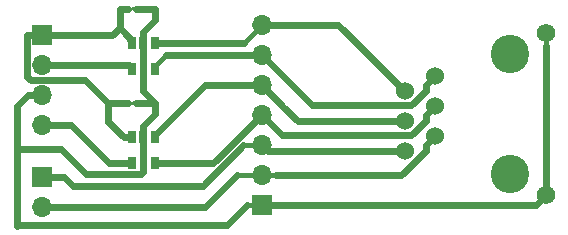
<source format=gbr>
G04 #@! TF.GenerationSoftware,KiCad,Pcbnew,5.0.2-bee76a0~70~ubuntu18.04.1*
G04 #@! TF.CreationDate,2019-08-19T22:40:07+02:00*
G04 #@! TF.ProjectId,differential_uart,64696666-6572-4656-9e74-69616c5f7561,rev?*
G04 #@! TF.SameCoordinates,Original*
G04 #@! TF.FileFunction,Copper,L2,Bot*
G04 #@! TF.FilePolarity,Positive*
%FSLAX46Y46*%
G04 Gerber Fmt 4.6, Leading zero omitted, Abs format (unit mm)*
G04 Created by KiCad (PCBNEW 5.0.2-bee76a0~70~ubuntu18.04.1) date Mo 19 Aug 2019 22:40:07 CEST*
%MOMM*%
%LPD*%
G01*
G04 APERTURE LIST*
G04 #@! TA.AperFunction,WasherPad*
%ADD10C,3.250000*%
G04 #@! TD*
G04 #@! TA.AperFunction,ComponentPad*
%ADD11C,1.570000*%
G04 #@! TD*
G04 #@! TA.AperFunction,ComponentPad*
%ADD12C,1.524000*%
G04 #@! TD*
G04 #@! TA.AperFunction,Conductor*
%ADD13C,0.100000*%
G04 #@! TD*
G04 #@! TA.AperFunction,SMDPad,CuDef*
%ADD14C,0.300000*%
G04 #@! TD*
G04 #@! TA.AperFunction,SMDPad,CuDef*
%ADD15R,0.650000X1.060000*%
G04 #@! TD*
G04 #@! TA.AperFunction,ComponentPad*
%ADD16O,1.700000X1.700000*%
G04 #@! TD*
G04 #@! TA.AperFunction,ComponentPad*
%ADD17R,1.700000X1.700000*%
G04 #@! TD*
G04 #@! TA.AperFunction,Conductor*
%ADD18C,0.600000*%
G04 #@! TD*
G04 #@! TA.AperFunction,Conductor*
%ADD19C,0.400000*%
G04 #@! TD*
G04 APERTURE END LIST*
D10*
G04 #@! TO.P,J9,*
G04 #@! TO.N,*
X43100000Y-5940000D03*
X43100000Y-16100000D03*
D11*
G04 #@! TO.P,J9,8*
G04 #@! TO.N,GND*
X46150000Y-4160000D03*
G04 #@! TO.P,J9,7*
X46150000Y-17880000D03*
D12*
G04 #@! TO.P,J9,6*
G04 #@! TO.N,Y1*
X36750000Y-7840000D03*
G04 #@! TO.P,J9,5*
G04 #@! TO.N,Z0*
X36750000Y-10380000D03*
G04 #@! TO.P,J9,4*
G04 #@! TO.N,Z1*
X34210000Y-9110000D03*
G04 #@! TO.P,J9,3*
G04 #@! TO.N,Y0*
X34210000Y-11650000D03*
G04 #@! TO.P,J9,2*
G04 #@! TO.N,IO_1*
X36750000Y-12920000D03*
G04 #@! TO.P,J9,1*
G04 #@! TO.N,IO_0*
X34210000Y-14190000D03*
G04 #@! TD*
D13*
G04 #@! TO.N,+3V3*
G04 #@! TO.C,C2*
G36*
X10982351Y-1950361D02*
X10989632Y-1951441D01*
X10996771Y-1953229D01*
X11003701Y-1955709D01*
X11010355Y-1958856D01*
X11016668Y-1962640D01*
X11022579Y-1967024D01*
X11028033Y-1971967D01*
X11032976Y-1977421D01*
X11037360Y-1983332D01*
X11041144Y-1989645D01*
X11044291Y-1996299D01*
X11046771Y-2003229D01*
X11048559Y-2010368D01*
X11049639Y-2017649D01*
X11050000Y-2025000D01*
X11050000Y-2175000D01*
X11049639Y-2182351D01*
X11048559Y-2189632D01*
X11046771Y-2196771D01*
X11044291Y-2203701D01*
X11041144Y-2210355D01*
X11037360Y-2216668D01*
X11032976Y-2222579D01*
X11028033Y-2228033D01*
X11022579Y-2232976D01*
X11016668Y-2237360D01*
X11010355Y-2241144D01*
X11003701Y-2244291D01*
X10996771Y-2246771D01*
X10989632Y-2248559D01*
X10982351Y-2249639D01*
X10975000Y-2250000D01*
X10725000Y-2250000D01*
X10717649Y-2249639D01*
X10710368Y-2248559D01*
X10703229Y-2246771D01*
X10696299Y-2244291D01*
X10689645Y-2241144D01*
X10683332Y-2237360D01*
X10677421Y-2232976D01*
X10671967Y-2228033D01*
X10667024Y-2222579D01*
X10662640Y-2216668D01*
X10658856Y-2210355D01*
X10655709Y-2203701D01*
X10653229Y-2196771D01*
X10651441Y-2189632D01*
X10650361Y-2182351D01*
X10650000Y-2175000D01*
X10650000Y-2025000D01*
X10650361Y-2017649D01*
X10651441Y-2010368D01*
X10653229Y-2003229D01*
X10655709Y-1996299D01*
X10658856Y-1989645D01*
X10662640Y-1983332D01*
X10667024Y-1977421D01*
X10671967Y-1971967D01*
X10677421Y-1967024D01*
X10683332Y-1962640D01*
X10689645Y-1958856D01*
X10696299Y-1955709D01*
X10703229Y-1953229D01*
X10710368Y-1951441D01*
X10717649Y-1950361D01*
X10725000Y-1950000D01*
X10975000Y-1950000D01*
X10982351Y-1950361D01*
X10982351Y-1950361D01*
G37*
D14*
G04 #@! TD*
G04 #@! TO.P,C2,1*
G04 #@! TO.N,+3V3*
X10850000Y-2100000D03*
D13*
G04 #@! TO.N,GND*
G04 #@! TO.C,C2*
G36*
X11482351Y-1950361D02*
X11489632Y-1951441D01*
X11496771Y-1953229D01*
X11503701Y-1955709D01*
X11510355Y-1958856D01*
X11516668Y-1962640D01*
X11522579Y-1967024D01*
X11528033Y-1971967D01*
X11532976Y-1977421D01*
X11537360Y-1983332D01*
X11541144Y-1989645D01*
X11544291Y-1996299D01*
X11546771Y-2003229D01*
X11548559Y-2010368D01*
X11549639Y-2017649D01*
X11550000Y-2025000D01*
X11550000Y-2175000D01*
X11549639Y-2182351D01*
X11548559Y-2189632D01*
X11546771Y-2196771D01*
X11544291Y-2203701D01*
X11541144Y-2210355D01*
X11537360Y-2216668D01*
X11532976Y-2222579D01*
X11528033Y-2228033D01*
X11522579Y-2232976D01*
X11516668Y-2237360D01*
X11510355Y-2241144D01*
X11503701Y-2244291D01*
X11496771Y-2246771D01*
X11489632Y-2248559D01*
X11482351Y-2249639D01*
X11475000Y-2250000D01*
X11225000Y-2250000D01*
X11217649Y-2249639D01*
X11210368Y-2248559D01*
X11203229Y-2246771D01*
X11196299Y-2244291D01*
X11189645Y-2241144D01*
X11183332Y-2237360D01*
X11177421Y-2232976D01*
X11171967Y-2228033D01*
X11167024Y-2222579D01*
X11162640Y-2216668D01*
X11158856Y-2210355D01*
X11155709Y-2203701D01*
X11153229Y-2196771D01*
X11151441Y-2189632D01*
X11150361Y-2182351D01*
X11150000Y-2175000D01*
X11150000Y-2025000D01*
X11150361Y-2017649D01*
X11151441Y-2010368D01*
X11153229Y-2003229D01*
X11155709Y-1996299D01*
X11158856Y-1989645D01*
X11162640Y-1983332D01*
X11167024Y-1977421D01*
X11171967Y-1971967D01*
X11177421Y-1967024D01*
X11183332Y-1962640D01*
X11189645Y-1958856D01*
X11196299Y-1955709D01*
X11203229Y-1953229D01*
X11210368Y-1951441D01*
X11217649Y-1950361D01*
X11225000Y-1950000D01*
X11475000Y-1950000D01*
X11482351Y-1950361D01*
X11482351Y-1950361D01*
G37*
D14*
G04 #@! TD*
G04 #@! TO.P,C2,2*
G04 #@! TO.N,GND*
X11350000Y-2100000D03*
D13*
G04 #@! TO.N,GND*
G04 #@! TO.C,C4*
G36*
X11482351Y-9950361D02*
X11489632Y-9951441D01*
X11496771Y-9953229D01*
X11503701Y-9955709D01*
X11510355Y-9958856D01*
X11516668Y-9962640D01*
X11522579Y-9967024D01*
X11528033Y-9971967D01*
X11532976Y-9977421D01*
X11537360Y-9983332D01*
X11541144Y-9989645D01*
X11544291Y-9996299D01*
X11546771Y-10003229D01*
X11548559Y-10010368D01*
X11549639Y-10017649D01*
X11550000Y-10025000D01*
X11550000Y-10175000D01*
X11549639Y-10182351D01*
X11548559Y-10189632D01*
X11546771Y-10196771D01*
X11544291Y-10203701D01*
X11541144Y-10210355D01*
X11537360Y-10216668D01*
X11532976Y-10222579D01*
X11528033Y-10228033D01*
X11522579Y-10232976D01*
X11516668Y-10237360D01*
X11510355Y-10241144D01*
X11503701Y-10244291D01*
X11496771Y-10246771D01*
X11489632Y-10248559D01*
X11482351Y-10249639D01*
X11475000Y-10250000D01*
X11225000Y-10250000D01*
X11217649Y-10249639D01*
X11210368Y-10248559D01*
X11203229Y-10246771D01*
X11196299Y-10244291D01*
X11189645Y-10241144D01*
X11183332Y-10237360D01*
X11177421Y-10232976D01*
X11171967Y-10228033D01*
X11167024Y-10222579D01*
X11162640Y-10216668D01*
X11158856Y-10210355D01*
X11155709Y-10203701D01*
X11153229Y-10196771D01*
X11151441Y-10189632D01*
X11150361Y-10182351D01*
X11150000Y-10175000D01*
X11150000Y-10025000D01*
X11150361Y-10017649D01*
X11151441Y-10010368D01*
X11153229Y-10003229D01*
X11155709Y-9996299D01*
X11158856Y-9989645D01*
X11162640Y-9983332D01*
X11167024Y-9977421D01*
X11171967Y-9971967D01*
X11177421Y-9967024D01*
X11183332Y-9962640D01*
X11189645Y-9958856D01*
X11196299Y-9955709D01*
X11203229Y-9953229D01*
X11210368Y-9951441D01*
X11217649Y-9950361D01*
X11225000Y-9950000D01*
X11475000Y-9950000D01*
X11482351Y-9950361D01*
X11482351Y-9950361D01*
G37*
D14*
G04 #@! TD*
G04 #@! TO.P,C4,2*
G04 #@! TO.N,GND*
X11350000Y-10100000D03*
D13*
G04 #@! TO.N,+3V3*
G04 #@! TO.C,C4*
G36*
X10982351Y-9950361D02*
X10989632Y-9951441D01*
X10996771Y-9953229D01*
X11003701Y-9955709D01*
X11010355Y-9958856D01*
X11016668Y-9962640D01*
X11022579Y-9967024D01*
X11028033Y-9971967D01*
X11032976Y-9977421D01*
X11037360Y-9983332D01*
X11041144Y-9989645D01*
X11044291Y-9996299D01*
X11046771Y-10003229D01*
X11048559Y-10010368D01*
X11049639Y-10017649D01*
X11050000Y-10025000D01*
X11050000Y-10175000D01*
X11049639Y-10182351D01*
X11048559Y-10189632D01*
X11046771Y-10196771D01*
X11044291Y-10203701D01*
X11041144Y-10210355D01*
X11037360Y-10216668D01*
X11032976Y-10222579D01*
X11028033Y-10228033D01*
X11022579Y-10232976D01*
X11016668Y-10237360D01*
X11010355Y-10241144D01*
X11003701Y-10244291D01*
X10996771Y-10246771D01*
X10989632Y-10248559D01*
X10982351Y-10249639D01*
X10975000Y-10250000D01*
X10725000Y-10250000D01*
X10717649Y-10249639D01*
X10710368Y-10248559D01*
X10703229Y-10246771D01*
X10696299Y-10244291D01*
X10689645Y-10241144D01*
X10683332Y-10237360D01*
X10677421Y-10232976D01*
X10671967Y-10228033D01*
X10667024Y-10222579D01*
X10662640Y-10216668D01*
X10658856Y-10210355D01*
X10655709Y-10203701D01*
X10653229Y-10196771D01*
X10651441Y-10189632D01*
X10650361Y-10182351D01*
X10650000Y-10175000D01*
X10650000Y-10025000D01*
X10650361Y-10017649D01*
X10651441Y-10010368D01*
X10653229Y-10003229D01*
X10655709Y-9996299D01*
X10658856Y-9989645D01*
X10662640Y-9983332D01*
X10667024Y-9977421D01*
X10671967Y-9971967D01*
X10677421Y-9967024D01*
X10683332Y-9962640D01*
X10689645Y-9958856D01*
X10696299Y-9955709D01*
X10703229Y-9953229D01*
X10710368Y-9951441D01*
X10717649Y-9950361D01*
X10725000Y-9950000D01*
X10975000Y-9950000D01*
X10982351Y-9950361D01*
X10982351Y-9950361D01*
G37*
D14*
G04 #@! TD*
G04 #@! TO.P,C4,1*
G04 #@! TO.N,+3V3*
X10850000Y-10100000D03*
D15*
G04 #@! TO.P,J4,5*
G04 #@! TO.N,RX_0*
X11150000Y-15200000D03*
G04 #@! TO.P,J4,4*
G04 #@! TO.N,Z0*
X13050000Y-15200000D03*
G04 #@! TO.P,J4,3*
G04 #@! TO.N,Y0*
X13050000Y-13000000D03*
G04 #@! TO.P,J4,2*
G04 #@! TO.N,GND*
X12100000Y-13000000D03*
G04 #@! TO.P,J4,1*
G04 #@! TO.N,+3V3*
X11150000Y-13000000D03*
G04 #@! TD*
G04 #@! TO.P,J5,1*
G04 #@! TO.N,+3V3*
X11150000Y-5000000D03*
G04 #@! TO.P,J5,2*
G04 #@! TO.N,GND*
X12100000Y-5000000D03*
G04 #@! TO.P,J5,3*
G04 #@! TO.N,Z1*
X13050000Y-5000000D03*
G04 #@! TO.P,J5,4*
G04 #@! TO.N,Y1*
X13050000Y-7200000D03*
G04 #@! TO.P,J5,5*
G04 #@! TO.N,TX_1*
X11150000Y-7200000D03*
G04 #@! TD*
D16*
G04 #@! TO.P,J10,7*
G04 #@! TO.N,Z1*
X22100000Y-3480000D03*
G04 #@! TO.P,J10,6*
G04 #@! TO.N,Y1*
X22100000Y-6020000D03*
G04 #@! TO.P,J10,5*
G04 #@! TO.N,Y0*
X22100000Y-8560000D03*
G04 #@! TO.P,J10,4*
G04 #@! TO.N,Z0*
X22100000Y-11100000D03*
G04 #@! TO.P,J10,3*
G04 #@! TO.N,IO_0*
X22100000Y-13640000D03*
G04 #@! TO.P,J10,2*
G04 #@! TO.N,IO_1*
X22100000Y-16180000D03*
D17*
G04 #@! TO.P,J10,1*
G04 #@! TO.N,GND*
X22100000Y-18720000D03*
G04 #@! TD*
D16*
G04 #@! TO.P,J11,2*
G04 #@! TO.N,IO_1*
X3523066Y-18918729D03*
D17*
G04 #@! TO.P,J11,1*
G04 #@! TO.N,IO_0*
X3523066Y-16378729D03*
G04 #@! TD*
G04 #@! TO.P,J12,1*
G04 #@! TO.N,+3V3*
X3523066Y-4378729D03*
D16*
G04 #@! TO.P,J12,2*
G04 #@! TO.N,TX_1*
X3523066Y-6918729D03*
G04 #@! TO.P,J12,3*
G04 #@! TO.N,GND*
X3523066Y-9458729D03*
G04 #@! TO.P,J12,4*
G04 #@! TO.N,RX_0*
X3523066Y-11998729D03*
G04 #@! TD*
D18*
G04 #@! TO.N,GND*
X12100000Y-4070000D02*
X13100000Y-3070000D01*
X12100000Y-5000000D02*
X12100000Y-4070000D01*
X13100000Y-3070000D02*
X13100000Y-2100000D01*
X13100000Y-2100000D02*
X11450010Y-2100000D01*
X12100000Y-12070000D02*
X13100000Y-11070000D01*
X12100000Y-13000000D02*
X12100000Y-12070000D01*
X13100000Y-11070000D02*
X13100000Y-10100000D01*
X13100000Y-10100000D02*
X11450010Y-10100000D01*
X13100000Y-10100000D02*
X12100000Y-9100000D01*
D19*
X12100000Y-9100000D02*
X12100000Y-8800000D01*
D18*
X12100000Y-8800000D02*
X12100000Y-5000000D01*
X2320985Y-9458729D02*
X1400000Y-10379714D01*
X3523066Y-9458729D02*
X2320985Y-9458729D01*
D19*
X1400000Y-20500000D02*
X1500000Y-20400000D01*
X20850000Y-18720000D02*
X22100000Y-18720000D01*
D18*
X19170000Y-20400000D02*
X20850000Y-18720000D01*
X1500000Y-20400000D02*
X19170000Y-20400000D01*
X46150000Y-5270157D02*
X46150000Y-17880000D01*
D19*
X46150000Y-4160000D02*
X46150000Y-5270157D01*
D18*
X45310000Y-18720000D02*
X22100000Y-18720000D01*
X46150000Y-17880000D02*
X45310000Y-18720000D01*
X12100000Y-13000000D02*
X12100000Y-15900000D01*
X11869999Y-16130001D02*
X7230001Y-16130001D01*
X12100000Y-15900000D02*
X11869999Y-16130001D01*
X7230001Y-16130001D02*
X5100000Y-14000000D01*
X5100000Y-14000000D02*
X1400000Y-14000000D01*
X1400000Y-10379714D02*
X1400000Y-14000000D01*
X1400000Y-14000000D02*
X1400000Y-20500000D01*
D19*
G04 #@! TO.N,+3V3*
X10528729Y-4378729D02*
X11150000Y-5000000D01*
D18*
X11150000Y-4795000D02*
X10100000Y-3745000D01*
D19*
X11150000Y-5000000D02*
X11150000Y-4795000D01*
D18*
X10100000Y-3745000D02*
X10100000Y-2100000D01*
X10100000Y-2100000D02*
X10749990Y-2100000D01*
X10425000Y-13000000D02*
X9100000Y-11675000D01*
X11150000Y-13000000D02*
X10425000Y-13000000D01*
X9100000Y-11675000D02*
X9100000Y-10100000D01*
X9100000Y-10100000D02*
X10749990Y-10100000D01*
X9466271Y-4378729D02*
X3523066Y-4378729D01*
X10100000Y-3745000D02*
X9466271Y-4378729D01*
X7168730Y-8168730D02*
X2568730Y-8168730D01*
X9100000Y-10100000D02*
X7168730Y-8168730D01*
X2273066Y-4378729D02*
X3523066Y-4378729D01*
X2273065Y-7873065D02*
X2273066Y-4378729D01*
X2568730Y-8168730D02*
X2273065Y-7873065D01*
G04 #@! TO.N,RX_0*
X3523066Y-11998729D02*
X5998729Y-11998729D01*
X9200000Y-15200000D02*
X11150000Y-15200000D01*
X5998729Y-11998729D02*
X9200000Y-15200000D01*
D19*
G04 #@! TO.N,TX_1*
X10868729Y-6918729D02*
X11150000Y-7200000D01*
D18*
X3523066Y-6918729D02*
X10868729Y-6918729D01*
G04 #@! TO.N,Z0*
X34767761Y-12812001D02*
X35988001Y-11591761D01*
X35988001Y-11591761D02*
X35988001Y-11141999D01*
X23812001Y-12812001D02*
X34767761Y-12812001D01*
X35988001Y-11141999D02*
X36750000Y-10380000D01*
X22100000Y-11100000D02*
X23812001Y-12812001D01*
X13050000Y-15200000D02*
X18000000Y-15200000D01*
X18000000Y-15200000D02*
X22100000Y-11100000D01*
G04 #@! TO.N,Y0*
X23950000Y-10400000D02*
X25200000Y-11650000D01*
D19*
X23940000Y-10400000D02*
X23950000Y-10400000D01*
D18*
X25200000Y-11650000D02*
X34210000Y-11650000D01*
X22100000Y-8560000D02*
X23940000Y-10400000D01*
D19*
X13050000Y-12795000D02*
X13050000Y-13000000D01*
D18*
X17285000Y-8560000D02*
X13050000Y-12795000D01*
X22100000Y-8560000D02*
X17285000Y-8560000D01*
G04 #@! TO.N,Z1*
X28580000Y-3480000D02*
X34210000Y-9110000D01*
X22100000Y-3480000D02*
X28580000Y-3480000D01*
D19*
X20580000Y-5000000D02*
X22100000Y-3480000D01*
D18*
X13050000Y-5000000D02*
X20580000Y-5000000D01*
G04 #@! TO.N,Y1*
X35988001Y-8601999D02*
X36750000Y-7840000D01*
X34767761Y-10272001D02*
X35988001Y-9051761D01*
X26352001Y-10272001D02*
X34767761Y-10272001D01*
X35988001Y-9051761D02*
X35988001Y-8601999D01*
X22100000Y-6020000D02*
X26352001Y-10272001D01*
X26352001Y-10272001D02*
X26472001Y-10272001D01*
D19*
X13050000Y-6995000D02*
X13050000Y-7200000D01*
X14025000Y-6020000D02*
X13050000Y-6995000D01*
D18*
X22100000Y-6020000D02*
X14025000Y-6020000D01*
D19*
G04 #@! TO.N,IO_1*
X23302081Y-16180000D02*
X22100000Y-16180000D01*
D18*
X33939762Y-16180000D02*
X23302081Y-16180000D01*
X35988001Y-14131761D02*
X33939762Y-16180000D01*
X35988001Y-13681999D02*
X35988001Y-14131761D01*
X36750000Y-12920000D02*
X35988001Y-13681999D01*
D19*
X22100000Y-16180000D02*
X20020000Y-16180000D01*
D18*
X17281271Y-18918729D02*
X3523066Y-18918729D01*
X20020000Y-16180000D02*
X17281271Y-18918729D01*
D19*
G04 #@! TO.N,IO_0*
X22650000Y-14190000D02*
X22100000Y-13640000D01*
D18*
X34210000Y-14190000D02*
X22650000Y-14190000D01*
X6100000Y-17100000D02*
X5378729Y-16378729D01*
X17100000Y-17100000D02*
X6100000Y-17100000D01*
X5378729Y-16378729D02*
X3523066Y-16378729D01*
D19*
X22100000Y-13640000D02*
X20560000Y-13640000D01*
D18*
X20560000Y-13640000D02*
X17100000Y-17100000D01*
G04 #@! TD*
M02*

</source>
